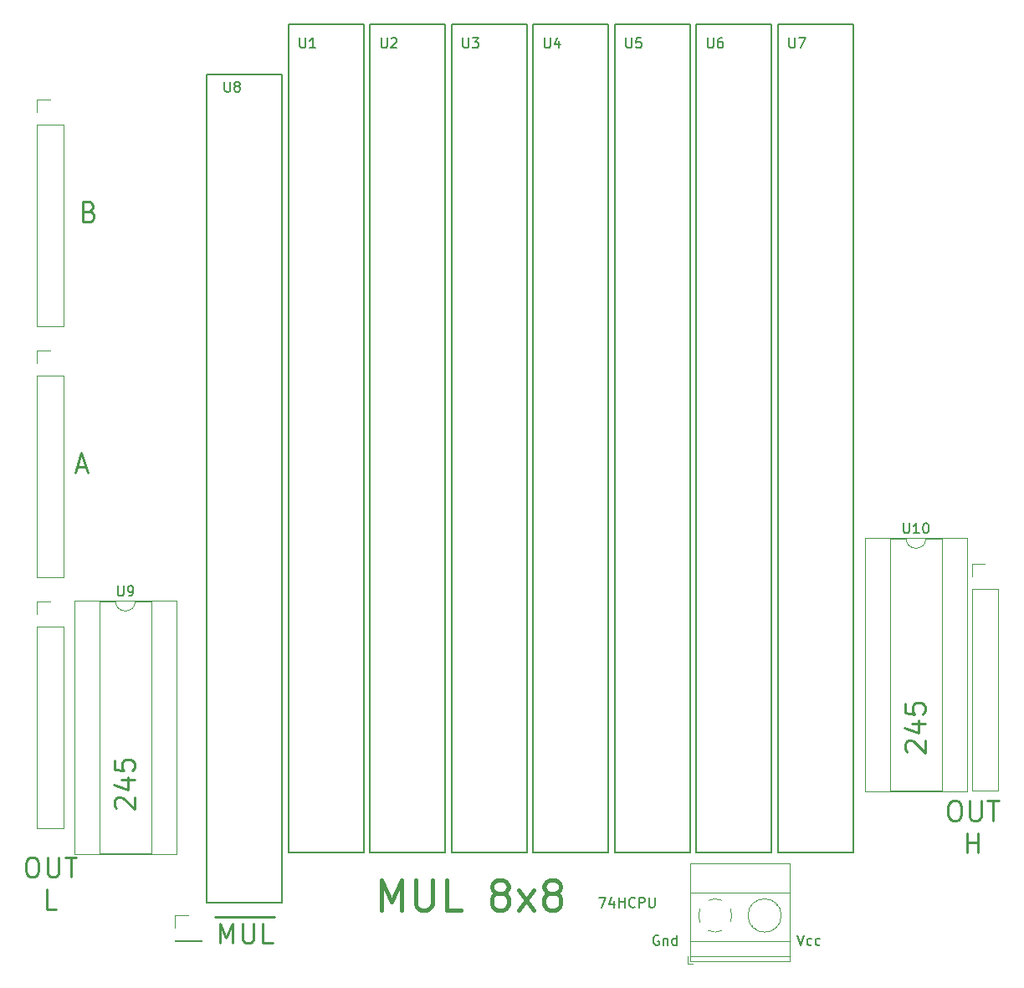
<source format=gbr>
%TF.GenerationSoftware,KiCad,Pcbnew,(5.1.8)-1*%
%TF.CreationDate,2024-08-14T23:36:35+03:00*%
%TF.ProjectId,MUL8x8,4d554c38-7838-42e6-9b69-6361645f7063,rev?*%
%TF.SameCoordinates,Original*%
%TF.FileFunction,Legend,Top*%
%TF.FilePolarity,Positive*%
%FSLAX46Y46*%
G04 Gerber Fmt 4.6, Leading zero omitted, Abs format (unit mm)*
G04 Created by KiCad (PCBNEW (5.1.8)-1) date 2024-08-14 23:36:35*
%MOMM*%
%LPD*%
G01*
G04 APERTURE LIST*
%ADD10C,0.250000*%
%ADD11C,0.150000*%
%ADD12C,0.400000*%
%ADD13C,0.120000*%
G04 APERTURE END LIST*
D10*
X106585000Y-95069761D02*
X106965952Y-95069761D01*
X107156428Y-95165000D01*
X107346904Y-95355476D01*
X107442142Y-95736428D01*
X107442142Y-96403095D01*
X107346904Y-96784047D01*
X107156428Y-96974523D01*
X106965952Y-97069761D01*
X106585000Y-97069761D01*
X106394523Y-96974523D01*
X106204047Y-96784047D01*
X106108809Y-96403095D01*
X106108809Y-95736428D01*
X106204047Y-95355476D01*
X106394523Y-95165000D01*
X106585000Y-95069761D01*
X108299285Y-95069761D02*
X108299285Y-96688809D01*
X108394523Y-96879285D01*
X108489761Y-96974523D01*
X108680238Y-97069761D01*
X109061190Y-97069761D01*
X109251666Y-96974523D01*
X109346904Y-96879285D01*
X109442142Y-96688809D01*
X109442142Y-95069761D01*
X110108809Y-95069761D02*
X111251666Y-95069761D01*
X110680238Y-97069761D02*
X110680238Y-95069761D01*
X108013571Y-100319761D02*
X108013571Y-98319761D01*
X108013571Y-99272142D02*
X109156428Y-99272142D01*
X109156428Y-100319761D02*
X109156428Y-98319761D01*
X13240000Y-100784761D02*
X13620952Y-100784761D01*
X13811428Y-100880000D01*
X14001904Y-101070476D01*
X14097142Y-101451428D01*
X14097142Y-102118095D01*
X14001904Y-102499047D01*
X13811428Y-102689523D01*
X13620952Y-102784761D01*
X13240000Y-102784761D01*
X13049523Y-102689523D01*
X12859047Y-102499047D01*
X12763809Y-102118095D01*
X12763809Y-101451428D01*
X12859047Y-101070476D01*
X13049523Y-100880000D01*
X13240000Y-100784761D01*
X14954285Y-100784761D02*
X14954285Y-102403809D01*
X15049523Y-102594285D01*
X15144761Y-102689523D01*
X15335238Y-102784761D01*
X15716190Y-102784761D01*
X15906666Y-102689523D01*
X16001904Y-102594285D01*
X16097142Y-102403809D01*
X16097142Y-100784761D01*
X16763809Y-100784761D02*
X17906666Y-100784761D01*
X17335238Y-102784761D02*
X17335238Y-100784761D01*
X15859047Y-106034761D02*
X14906666Y-106034761D01*
X14906666Y-104034761D01*
X19192857Y-35417142D02*
X19478571Y-35512380D01*
X19573809Y-35607619D01*
X19669047Y-35798095D01*
X19669047Y-36083809D01*
X19573809Y-36274285D01*
X19478571Y-36369523D01*
X19288095Y-36464761D01*
X18526190Y-36464761D01*
X18526190Y-34464761D01*
X19192857Y-34464761D01*
X19383333Y-34560000D01*
X19478571Y-34655238D01*
X19573809Y-34845714D01*
X19573809Y-35036190D01*
X19478571Y-35226666D01*
X19383333Y-35321904D01*
X19192857Y-35417142D01*
X18526190Y-35417142D01*
X17938809Y-61293333D02*
X18891190Y-61293333D01*
X17748333Y-61864761D02*
X18415000Y-59864761D01*
X19081666Y-61864761D01*
D11*
X76827142Y-108720000D02*
X76731904Y-108672380D01*
X76589047Y-108672380D01*
X76446190Y-108720000D01*
X76350952Y-108815238D01*
X76303333Y-108910476D01*
X76255714Y-109100952D01*
X76255714Y-109243809D01*
X76303333Y-109434285D01*
X76350952Y-109529523D01*
X76446190Y-109624761D01*
X76589047Y-109672380D01*
X76684285Y-109672380D01*
X76827142Y-109624761D01*
X76874761Y-109577142D01*
X76874761Y-109243809D01*
X76684285Y-109243809D01*
X77303333Y-109005714D02*
X77303333Y-109672380D01*
X77303333Y-109100952D02*
X77350952Y-109053333D01*
X77446190Y-109005714D01*
X77589047Y-109005714D01*
X77684285Y-109053333D01*
X77731904Y-109148571D01*
X77731904Y-109672380D01*
X78636666Y-109672380D02*
X78636666Y-108672380D01*
X78636666Y-109624761D02*
X78541428Y-109672380D01*
X78350952Y-109672380D01*
X78255714Y-109624761D01*
X78208095Y-109577142D01*
X78160476Y-109481904D01*
X78160476Y-109196190D01*
X78208095Y-109100952D01*
X78255714Y-109053333D01*
X78350952Y-109005714D01*
X78541428Y-109005714D01*
X78636666Y-109053333D01*
X90884523Y-108672380D02*
X91217857Y-109672380D01*
X91551190Y-108672380D01*
X92313095Y-109624761D02*
X92217857Y-109672380D01*
X92027380Y-109672380D01*
X91932142Y-109624761D01*
X91884523Y-109577142D01*
X91836904Y-109481904D01*
X91836904Y-109196190D01*
X91884523Y-109100952D01*
X91932142Y-109053333D01*
X92027380Y-109005714D01*
X92217857Y-109005714D01*
X92313095Y-109053333D01*
X93170238Y-109624761D02*
X93075000Y-109672380D01*
X92884523Y-109672380D01*
X92789285Y-109624761D01*
X92741666Y-109577142D01*
X92694047Y-109481904D01*
X92694047Y-109196190D01*
X92741666Y-109100952D01*
X92789285Y-109053333D01*
X92884523Y-109005714D01*
X93075000Y-109005714D01*
X93170238Y-109053333D01*
X70802857Y-104862380D02*
X71469523Y-104862380D01*
X71040952Y-105862380D01*
X72279047Y-105195714D02*
X72279047Y-105862380D01*
X72040952Y-104814761D02*
X71802857Y-105529047D01*
X72421904Y-105529047D01*
X72802857Y-105862380D02*
X72802857Y-104862380D01*
X72802857Y-105338571D02*
X73374285Y-105338571D01*
X73374285Y-105862380D02*
X73374285Y-104862380D01*
X74421904Y-105767142D02*
X74374285Y-105814761D01*
X74231428Y-105862380D01*
X74136190Y-105862380D01*
X73993333Y-105814761D01*
X73898095Y-105719523D01*
X73850476Y-105624285D01*
X73802857Y-105433809D01*
X73802857Y-105290952D01*
X73850476Y-105100476D01*
X73898095Y-105005238D01*
X73993333Y-104910000D01*
X74136190Y-104862380D01*
X74231428Y-104862380D01*
X74374285Y-104910000D01*
X74421904Y-104957619D01*
X74850476Y-105862380D02*
X74850476Y-104862380D01*
X75231428Y-104862380D01*
X75326666Y-104910000D01*
X75374285Y-104957619D01*
X75421904Y-105052857D01*
X75421904Y-105195714D01*
X75374285Y-105290952D01*
X75326666Y-105338571D01*
X75231428Y-105386190D01*
X74850476Y-105386190D01*
X75850476Y-104862380D02*
X75850476Y-105671904D01*
X75898095Y-105767142D01*
X75945714Y-105814761D01*
X76040952Y-105862380D01*
X76231428Y-105862380D01*
X76326666Y-105814761D01*
X76374285Y-105767142D01*
X76421904Y-105671904D01*
X76421904Y-104862380D01*
D10*
X31925000Y-106820000D02*
X34210714Y-106820000D01*
X32401190Y-109489761D02*
X32401190Y-107489761D01*
X33067857Y-108918333D01*
X33734523Y-107489761D01*
X33734523Y-109489761D01*
X34210714Y-106820000D02*
X36305952Y-106820000D01*
X34686904Y-107489761D02*
X34686904Y-109108809D01*
X34782142Y-109299285D01*
X34877380Y-109394523D01*
X35067857Y-109489761D01*
X35448809Y-109489761D01*
X35639285Y-109394523D01*
X35734523Y-109299285D01*
X35829761Y-109108809D01*
X35829761Y-107489761D01*
X36305952Y-106820000D02*
X37925000Y-106820000D01*
X37734523Y-109489761D02*
X36782142Y-109489761D01*
X36782142Y-107489761D01*
X21955238Y-95821190D02*
X21860000Y-95725952D01*
X21764761Y-95535476D01*
X21764761Y-95059285D01*
X21860000Y-94868809D01*
X21955238Y-94773571D01*
X22145714Y-94678333D01*
X22336190Y-94678333D01*
X22621904Y-94773571D01*
X23764761Y-95916428D01*
X23764761Y-94678333D01*
X22431428Y-92964047D02*
X23764761Y-92964047D01*
X21669523Y-93440238D02*
X23098095Y-93916428D01*
X23098095Y-92678333D01*
X21764761Y-90964047D02*
X21764761Y-91916428D01*
X22717142Y-92011666D01*
X22621904Y-91916428D01*
X22526666Y-91725952D01*
X22526666Y-91249761D01*
X22621904Y-91059285D01*
X22717142Y-90964047D01*
X22907619Y-90868809D01*
X23383809Y-90868809D01*
X23574285Y-90964047D01*
X23669523Y-91059285D01*
X23764761Y-91249761D01*
X23764761Y-91725952D01*
X23669523Y-91916428D01*
X23574285Y-92011666D01*
X101965238Y-90106190D02*
X101870000Y-90010952D01*
X101774761Y-89820476D01*
X101774761Y-89344285D01*
X101870000Y-89153809D01*
X101965238Y-89058571D01*
X102155714Y-88963333D01*
X102346190Y-88963333D01*
X102631904Y-89058571D01*
X103774761Y-90201428D01*
X103774761Y-88963333D01*
X102441428Y-87249047D02*
X103774761Y-87249047D01*
X101679523Y-87725238D02*
X103108095Y-88201428D01*
X103108095Y-86963333D01*
X101774761Y-85249047D02*
X101774761Y-86201428D01*
X102727142Y-86296666D01*
X102631904Y-86201428D01*
X102536666Y-86010952D01*
X102536666Y-85534761D01*
X102631904Y-85344285D01*
X102727142Y-85249047D01*
X102917619Y-85153809D01*
X103393809Y-85153809D01*
X103584285Y-85249047D01*
X103679523Y-85344285D01*
X103774761Y-85534761D01*
X103774761Y-86010952D01*
X103679523Y-86201428D01*
X103584285Y-86296666D01*
D12*
X48785000Y-106132142D02*
X48785000Y-103132142D01*
X49785000Y-105275000D01*
X50785000Y-103132142D01*
X50785000Y-106132142D01*
X52213571Y-103132142D02*
X52213571Y-105560714D01*
X52356428Y-105846428D01*
X52499285Y-105989285D01*
X52785000Y-106132142D01*
X53356428Y-106132142D01*
X53642142Y-105989285D01*
X53785000Y-105846428D01*
X53927857Y-105560714D01*
X53927857Y-103132142D01*
X56785000Y-106132142D02*
X55356428Y-106132142D01*
X55356428Y-103132142D01*
X60499285Y-104417857D02*
X60213571Y-104275000D01*
X60070714Y-104132142D01*
X59927857Y-103846428D01*
X59927857Y-103703571D01*
X60070714Y-103417857D01*
X60213571Y-103275000D01*
X60499285Y-103132142D01*
X61070714Y-103132142D01*
X61356428Y-103275000D01*
X61499285Y-103417857D01*
X61642142Y-103703571D01*
X61642142Y-103846428D01*
X61499285Y-104132142D01*
X61356428Y-104275000D01*
X61070714Y-104417857D01*
X60499285Y-104417857D01*
X60213571Y-104560714D01*
X60070714Y-104703571D01*
X59927857Y-104989285D01*
X59927857Y-105560714D01*
X60070714Y-105846428D01*
X60213571Y-105989285D01*
X60499285Y-106132142D01*
X61070714Y-106132142D01*
X61356428Y-105989285D01*
X61499285Y-105846428D01*
X61642142Y-105560714D01*
X61642142Y-104989285D01*
X61499285Y-104703571D01*
X61356428Y-104560714D01*
X61070714Y-104417857D01*
X62642142Y-106132142D02*
X64213571Y-104132142D01*
X62642142Y-104132142D02*
X64213571Y-106132142D01*
X65785000Y-104417857D02*
X65499285Y-104275000D01*
X65356428Y-104132142D01*
X65213571Y-103846428D01*
X65213571Y-103703571D01*
X65356428Y-103417857D01*
X65499285Y-103275000D01*
X65785000Y-103132142D01*
X66356428Y-103132142D01*
X66642142Y-103275000D01*
X66785000Y-103417857D01*
X66927857Y-103703571D01*
X66927857Y-103846428D01*
X66785000Y-104132142D01*
X66642142Y-104275000D01*
X66356428Y-104417857D01*
X65785000Y-104417857D01*
X65499285Y-104560714D01*
X65356428Y-104703571D01*
X65213571Y-104989285D01*
X65213571Y-105560714D01*
X65356428Y-105846428D01*
X65499285Y-105989285D01*
X65785000Y-106132142D01*
X66356428Y-106132142D01*
X66642142Y-105989285D01*
X66785000Y-105846428D01*
X66927857Y-105560714D01*
X66927857Y-104989285D01*
X66785000Y-104703571D01*
X66642142Y-104560714D01*
X66356428Y-104417857D01*
D13*
%TO.C,U10*%
X101870000Y-68520000D02*
X100220000Y-68520000D01*
X100220000Y-68520000D02*
X100220000Y-94040000D01*
X100220000Y-94040000D02*
X105520000Y-94040000D01*
X105520000Y-94040000D02*
X105520000Y-68520000D01*
X105520000Y-68520000D02*
X103870000Y-68520000D01*
X97730000Y-68460000D02*
X97730000Y-94100000D01*
X97730000Y-94100000D02*
X108010000Y-94100000D01*
X108010000Y-94100000D02*
X108010000Y-68460000D01*
X108010000Y-68460000D02*
X97730000Y-68460000D01*
X103870000Y-68520000D02*
G75*
G02*
X101870000Y-68520000I-1000000J0D01*
G01*
%TO.C,U9*%
X21860000Y-74870000D02*
X20210000Y-74870000D01*
X20210000Y-74870000D02*
X20210000Y-100390000D01*
X20210000Y-100390000D02*
X25510000Y-100390000D01*
X25510000Y-100390000D02*
X25510000Y-74870000D01*
X25510000Y-74870000D02*
X23860000Y-74870000D01*
X17720000Y-74810000D02*
X17720000Y-100450000D01*
X17720000Y-100450000D02*
X28000000Y-100450000D01*
X28000000Y-100450000D02*
X28000000Y-74810000D01*
X28000000Y-74810000D02*
X17720000Y-74810000D01*
X23860000Y-74870000D02*
G75*
G02*
X21860000Y-74870000I-1000000J0D01*
G01*
%TO.C,J6*%
X89230000Y-106680000D02*
G75*
G03*
X89230000Y-106680000I-1680000J0D01*
G01*
X79990000Y-110780000D02*
X90110000Y-110780000D01*
X79990000Y-109280000D02*
X90110000Y-109280000D01*
X79990000Y-104379000D02*
X90110000Y-104379000D01*
X79990000Y-101419000D02*
X90110000Y-101419000D01*
X79990000Y-111340000D02*
X90110000Y-111340000D01*
X79990000Y-101419000D02*
X79990000Y-111340000D01*
X90110000Y-101419000D02*
X90110000Y-111340000D01*
X88825000Y-105611000D02*
X88778000Y-105657000D01*
X86516000Y-107919000D02*
X86481000Y-107954000D01*
X88620000Y-105405000D02*
X88585000Y-105441000D01*
X86323000Y-107703000D02*
X86276000Y-107749000D01*
X79750000Y-110840000D02*
X79750000Y-111580000D01*
X79750000Y-111580000D02*
X80250000Y-111580000D01*
X82578805Y-108360253D02*
G75*
G02*
X81866000Y-108215000I-28805J1680253D01*
G01*
X81014574Y-107363042D02*
G75*
G02*
X81015000Y-105996000I1535426J683042D01*
G01*
X81866958Y-105144574D02*
G75*
G02*
X83234000Y-105145000I683042J-1535426D01*
G01*
X84085426Y-105996958D02*
G75*
G02*
X84085000Y-107364000I-1535426J-683042D01*
G01*
X83233318Y-108214756D02*
G75*
G02*
X82550000Y-108360000I-683318J1534756D01*
G01*
%TO.C,J5*%
X27880000Y-109280000D02*
X30540000Y-109280000D01*
X27880000Y-109220000D02*
X27880000Y-109280000D01*
X30540000Y-109220000D02*
X30540000Y-109280000D01*
X27880000Y-109220000D02*
X30540000Y-109220000D01*
X27880000Y-107950000D02*
X27880000Y-106620000D01*
X27880000Y-106620000D02*
X29210000Y-106620000D01*
%TO.C,J4*%
X108525000Y-94040000D02*
X111185000Y-94040000D01*
X108525000Y-73660000D02*
X108525000Y-94040000D01*
X111185000Y-73660000D02*
X111185000Y-94040000D01*
X108525000Y-73660000D02*
X111185000Y-73660000D01*
X108525000Y-72390000D02*
X108525000Y-71060000D01*
X108525000Y-71060000D02*
X109855000Y-71060000D01*
%TO.C,J3*%
X13910000Y-97850000D02*
X16570000Y-97850000D01*
X13910000Y-77470000D02*
X13910000Y-97850000D01*
X16570000Y-77470000D02*
X16570000Y-97850000D01*
X13910000Y-77470000D02*
X16570000Y-77470000D01*
X13910000Y-76200000D02*
X13910000Y-74870000D01*
X13910000Y-74870000D02*
X15240000Y-74870000D01*
%TO.C,J2*%
X13910000Y-47050000D02*
X16570000Y-47050000D01*
X13910000Y-26670000D02*
X13910000Y-47050000D01*
X16570000Y-26670000D02*
X16570000Y-47050000D01*
X13910000Y-26670000D02*
X16570000Y-26670000D01*
X13910000Y-25400000D02*
X13910000Y-24070000D01*
X13910000Y-24070000D02*
X15240000Y-24070000D01*
%TO.C,J1*%
X13910000Y-72450000D02*
X16570000Y-72450000D01*
X13910000Y-52070000D02*
X13910000Y-72450000D01*
X16570000Y-52070000D02*
X16570000Y-72450000D01*
X13910000Y-52070000D02*
X16570000Y-52070000D01*
X13910000Y-50800000D02*
X13910000Y-49470000D01*
X13910000Y-49470000D02*
X15240000Y-49470000D01*
D11*
%TO.C,U8*%
X31115000Y-105410000D02*
X31115000Y-21590000D01*
X38735000Y-105410000D02*
X31115000Y-105410000D01*
X38735000Y-21590000D02*
X38735000Y-105410000D01*
X31115000Y-21590000D02*
X38735000Y-21590000D01*
%TO.C,U7*%
X88900000Y-100330000D02*
X88900000Y-16510000D01*
X96520000Y-100330000D02*
X88900000Y-100330000D01*
X96520000Y-16510000D02*
X96520000Y-100330000D01*
X88900000Y-16510000D02*
X96520000Y-16510000D01*
%TO.C,U6*%
X80645000Y-100330000D02*
X80645000Y-16510000D01*
X88265000Y-100330000D02*
X80645000Y-100330000D01*
X88265000Y-16510000D02*
X88265000Y-100330000D01*
X80645000Y-16510000D02*
X88265000Y-16510000D01*
%TO.C,U5*%
X72390000Y-100330000D02*
X72390000Y-16510000D01*
X80010000Y-100330000D02*
X72390000Y-100330000D01*
X80010000Y-16510000D02*
X80010000Y-100330000D01*
X72390000Y-16510000D02*
X80010000Y-16510000D01*
%TO.C,U4*%
X64135000Y-100330000D02*
X64135000Y-16510000D01*
X71755000Y-100330000D02*
X64135000Y-100330000D01*
X71755000Y-16510000D02*
X71755000Y-100330000D01*
X64135000Y-16510000D02*
X71755000Y-16510000D01*
%TO.C,U3*%
X55880000Y-100330000D02*
X55880000Y-16510000D01*
X63500000Y-100330000D02*
X55880000Y-100330000D01*
X63500000Y-16510000D02*
X63500000Y-100330000D01*
X55880000Y-16510000D02*
X63500000Y-16510000D01*
%TO.C,U2*%
X47625000Y-100330000D02*
X47625000Y-16510000D01*
X55245000Y-100330000D02*
X47625000Y-100330000D01*
X55245000Y-16510000D02*
X55245000Y-100330000D01*
X47625000Y-16510000D02*
X55245000Y-16510000D01*
%TO.C,U1*%
X39370000Y-100330000D02*
X39370000Y-16510000D01*
X46990000Y-100330000D02*
X39370000Y-100330000D01*
X46990000Y-16510000D02*
X46990000Y-100330000D01*
X39370000Y-16510000D02*
X46990000Y-16510000D01*
%TO.C,U10*%
X101631904Y-66972380D02*
X101631904Y-67781904D01*
X101679523Y-67877142D01*
X101727142Y-67924761D01*
X101822380Y-67972380D01*
X102012857Y-67972380D01*
X102108095Y-67924761D01*
X102155714Y-67877142D01*
X102203333Y-67781904D01*
X102203333Y-66972380D01*
X103203333Y-67972380D02*
X102631904Y-67972380D01*
X102917619Y-67972380D02*
X102917619Y-66972380D01*
X102822380Y-67115238D01*
X102727142Y-67210476D01*
X102631904Y-67258095D01*
X103822380Y-66972380D02*
X103917619Y-66972380D01*
X104012857Y-67020000D01*
X104060476Y-67067619D01*
X104108095Y-67162857D01*
X104155714Y-67353333D01*
X104155714Y-67591428D01*
X104108095Y-67781904D01*
X104060476Y-67877142D01*
X104012857Y-67924761D01*
X103917619Y-67972380D01*
X103822380Y-67972380D01*
X103727142Y-67924761D01*
X103679523Y-67877142D01*
X103631904Y-67781904D01*
X103584285Y-67591428D01*
X103584285Y-67353333D01*
X103631904Y-67162857D01*
X103679523Y-67067619D01*
X103727142Y-67020000D01*
X103822380Y-66972380D01*
%TO.C,U9*%
X22098095Y-73322380D02*
X22098095Y-74131904D01*
X22145714Y-74227142D01*
X22193333Y-74274761D01*
X22288571Y-74322380D01*
X22479047Y-74322380D01*
X22574285Y-74274761D01*
X22621904Y-74227142D01*
X22669523Y-74131904D01*
X22669523Y-73322380D01*
X23193333Y-74322380D02*
X23383809Y-74322380D01*
X23479047Y-74274761D01*
X23526666Y-74227142D01*
X23621904Y-74084285D01*
X23669523Y-73893809D01*
X23669523Y-73512857D01*
X23621904Y-73417619D01*
X23574285Y-73370000D01*
X23479047Y-73322380D01*
X23288571Y-73322380D01*
X23193333Y-73370000D01*
X23145714Y-73417619D01*
X23098095Y-73512857D01*
X23098095Y-73750952D01*
X23145714Y-73846190D01*
X23193333Y-73893809D01*
X23288571Y-73941428D01*
X23479047Y-73941428D01*
X23574285Y-73893809D01*
X23621904Y-73846190D01*
X23669523Y-73750952D01*
%TO.C,U8*%
X32893095Y-22312380D02*
X32893095Y-23121904D01*
X32940714Y-23217142D01*
X32988333Y-23264761D01*
X33083571Y-23312380D01*
X33274047Y-23312380D01*
X33369285Y-23264761D01*
X33416904Y-23217142D01*
X33464523Y-23121904D01*
X33464523Y-22312380D01*
X34083571Y-22740952D02*
X33988333Y-22693333D01*
X33940714Y-22645714D01*
X33893095Y-22550476D01*
X33893095Y-22502857D01*
X33940714Y-22407619D01*
X33988333Y-22360000D01*
X34083571Y-22312380D01*
X34274047Y-22312380D01*
X34369285Y-22360000D01*
X34416904Y-22407619D01*
X34464523Y-22502857D01*
X34464523Y-22550476D01*
X34416904Y-22645714D01*
X34369285Y-22693333D01*
X34274047Y-22740952D01*
X34083571Y-22740952D01*
X33988333Y-22788571D01*
X33940714Y-22836190D01*
X33893095Y-22931428D01*
X33893095Y-23121904D01*
X33940714Y-23217142D01*
X33988333Y-23264761D01*
X34083571Y-23312380D01*
X34274047Y-23312380D01*
X34369285Y-23264761D01*
X34416904Y-23217142D01*
X34464523Y-23121904D01*
X34464523Y-22931428D01*
X34416904Y-22836190D01*
X34369285Y-22788571D01*
X34274047Y-22740952D01*
%TO.C,U7*%
X90043095Y-17867380D02*
X90043095Y-18676904D01*
X90090714Y-18772142D01*
X90138333Y-18819761D01*
X90233571Y-18867380D01*
X90424047Y-18867380D01*
X90519285Y-18819761D01*
X90566904Y-18772142D01*
X90614523Y-18676904D01*
X90614523Y-17867380D01*
X90995476Y-17867380D02*
X91662142Y-17867380D01*
X91233571Y-18867380D01*
%TO.C,U6*%
X81788095Y-17867380D02*
X81788095Y-18676904D01*
X81835714Y-18772142D01*
X81883333Y-18819761D01*
X81978571Y-18867380D01*
X82169047Y-18867380D01*
X82264285Y-18819761D01*
X82311904Y-18772142D01*
X82359523Y-18676904D01*
X82359523Y-17867380D01*
X83264285Y-17867380D02*
X83073809Y-17867380D01*
X82978571Y-17915000D01*
X82930952Y-17962619D01*
X82835714Y-18105476D01*
X82788095Y-18295952D01*
X82788095Y-18676904D01*
X82835714Y-18772142D01*
X82883333Y-18819761D01*
X82978571Y-18867380D01*
X83169047Y-18867380D01*
X83264285Y-18819761D01*
X83311904Y-18772142D01*
X83359523Y-18676904D01*
X83359523Y-18438809D01*
X83311904Y-18343571D01*
X83264285Y-18295952D01*
X83169047Y-18248333D01*
X82978571Y-18248333D01*
X82883333Y-18295952D01*
X82835714Y-18343571D01*
X82788095Y-18438809D01*
%TO.C,U5*%
X73533095Y-17867380D02*
X73533095Y-18676904D01*
X73580714Y-18772142D01*
X73628333Y-18819761D01*
X73723571Y-18867380D01*
X73914047Y-18867380D01*
X74009285Y-18819761D01*
X74056904Y-18772142D01*
X74104523Y-18676904D01*
X74104523Y-17867380D01*
X75056904Y-17867380D02*
X74580714Y-17867380D01*
X74533095Y-18343571D01*
X74580714Y-18295952D01*
X74675952Y-18248333D01*
X74914047Y-18248333D01*
X75009285Y-18295952D01*
X75056904Y-18343571D01*
X75104523Y-18438809D01*
X75104523Y-18676904D01*
X75056904Y-18772142D01*
X75009285Y-18819761D01*
X74914047Y-18867380D01*
X74675952Y-18867380D01*
X74580714Y-18819761D01*
X74533095Y-18772142D01*
%TO.C,U4*%
X65278095Y-17867380D02*
X65278095Y-18676904D01*
X65325714Y-18772142D01*
X65373333Y-18819761D01*
X65468571Y-18867380D01*
X65659047Y-18867380D01*
X65754285Y-18819761D01*
X65801904Y-18772142D01*
X65849523Y-18676904D01*
X65849523Y-17867380D01*
X66754285Y-18200714D02*
X66754285Y-18867380D01*
X66516190Y-17819761D02*
X66278095Y-18534047D01*
X66897142Y-18534047D01*
%TO.C,U3*%
X57023095Y-17867380D02*
X57023095Y-18676904D01*
X57070714Y-18772142D01*
X57118333Y-18819761D01*
X57213571Y-18867380D01*
X57404047Y-18867380D01*
X57499285Y-18819761D01*
X57546904Y-18772142D01*
X57594523Y-18676904D01*
X57594523Y-17867380D01*
X57975476Y-17867380D02*
X58594523Y-17867380D01*
X58261190Y-18248333D01*
X58404047Y-18248333D01*
X58499285Y-18295952D01*
X58546904Y-18343571D01*
X58594523Y-18438809D01*
X58594523Y-18676904D01*
X58546904Y-18772142D01*
X58499285Y-18819761D01*
X58404047Y-18867380D01*
X58118333Y-18867380D01*
X58023095Y-18819761D01*
X57975476Y-18772142D01*
%TO.C,U2*%
X48768095Y-17867380D02*
X48768095Y-18676904D01*
X48815714Y-18772142D01*
X48863333Y-18819761D01*
X48958571Y-18867380D01*
X49149047Y-18867380D01*
X49244285Y-18819761D01*
X49291904Y-18772142D01*
X49339523Y-18676904D01*
X49339523Y-17867380D01*
X49768095Y-17962619D02*
X49815714Y-17915000D01*
X49910952Y-17867380D01*
X50149047Y-17867380D01*
X50244285Y-17915000D01*
X50291904Y-17962619D01*
X50339523Y-18057857D01*
X50339523Y-18153095D01*
X50291904Y-18295952D01*
X49720476Y-18867380D01*
X50339523Y-18867380D01*
%TO.C,U1*%
X40513095Y-17867380D02*
X40513095Y-18676904D01*
X40560714Y-18772142D01*
X40608333Y-18819761D01*
X40703571Y-18867380D01*
X40894047Y-18867380D01*
X40989285Y-18819761D01*
X41036904Y-18772142D01*
X41084523Y-18676904D01*
X41084523Y-17867380D01*
X42084523Y-18867380D02*
X41513095Y-18867380D01*
X41798809Y-18867380D02*
X41798809Y-17867380D01*
X41703571Y-18010238D01*
X41608333Y-18105476D01*
X41513095Y-18153095D01*
%TD*%
M02*

</source>
